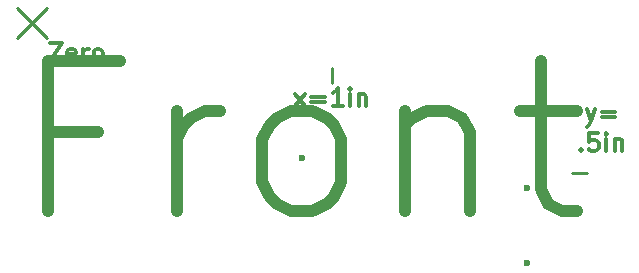
<source format=gbr>
G04 #@! TF.GenerationSoftware,KiCad,Pcbnew,5.0.2+dfsg1-1*
G04 #@! TF.CreationDate,2021-04-08T14:27:20-06:00*
G04 #@! TF.ProjectId,example_board,6578616d-706c-4655-9f62-6f6172642e6b,rev?*
G04 #@! TF.SameCoordinates,Original*
G04 #@! TF.FileFunction,Copper,L1,Top*
G04 #@! TF.FilePolarity,Positive*
%FSLAX46Y46*%
G04 Gerber Fmt 4.6, Leading zero omitted, Abs format (unit mm)*
G04 Created by KiCad (PCBNEW 5.0.2+dfsg1-1) date Thu 08 Apr 2021 02:27:20 PM MDT*
%MOMM*%
%LPD*%
G01*
G04 APERTURE LIST*
G04 #@! TA.AperFunction,NonConductor*
%ADD10C,0.300000*%
G04 #@! TD*
G04 #@! TA.AperFunction,NonConductor*
%ADD11C,1.000000*%
G04 #@! TD*
G04 #@! TA.AperFunction,ViaPad*
%ADD12C,0.600000*%
G04 #@! TD*
G04 #@! TA.AperFunction,Conductor*
%ADD13C,0.250000*%
G04 #@! TD*
G04 APERTURE END LIST*
D10*
X46974285Y-7293571D02*
X47331428Y-8293571D01*
X47688571Y-7293571D02*
X47331428Y-8293571D01*
X47188571Y-8650714D01*
X47117142Y-8722142D01*
X46974285Y-8793571D01*
X48260000Y-7507857D02*
X49402857Y-7507857D01*
X49402857Y-7936428D02*
X48260000Y-7936428D01*
X46510000Y-10700714D02*
X46581428Y-10772142D01*
X46510000Y-10843571D01*
X46438571Y-10772142D01*
X46510000Y-10700714D01*
X46510000Y-10843571D01*
X47938571Y-9343571D02*
X47224285Y-9343571D01*
X47152857Y-10057857D01*
X47224285Y-9986428D01*
X47367142Y-9915000D01*
X47724285Y-9915000D01*
X47867142Y-9986428D01*
X47938571Y-10057857D01*
X48010000Y-10200714D01*
X48010000Y-10557857D01*
X47938571Y-10700714D01*
X47867142Y-10772142D01*
X47724285Y-10843571D01*
X47367142Y-10843571D01*
X47224285Y-10772142D01*
X47152857Y-10700714D01*
X48652857Y-10843571D02*
X48652857Y-9843571D01*
X48652857Y-9343571D02*
X48581428Y-9415000D01*
X48652857Y-9486428D01*
X48724285Y-9415000D01*
X48652857Y-9343571D01*
X48652857Y-9486428D01*
X49367142Y-9843571D02*
X49367142Y-10843571D01*
X49367142Y-9986428D02*
X49438571Y-9915000D01*
X49581428Y-9843571D01*
X49795714Y-9843571D01*
X49938571Y-9915000D01*
X50010000Y-10057857D01*
X50010000Y-10843571D01*
X22328571Y-7028571D02*
X23114285Y-6028571D01*
X22328571Y-6028571D02*
X23114285Y-7028571D01*
X23685714Y-6242857D02*
X24828571Y-6242857D01*
X24828571Y-6671428D02*
X23685714Y-6671428D01*
X26328571Y-7028571D02*
X25471428Y-7028571D01*
X25900000Y-7028571D02*
X25900000Y-5528571D01*
X25757142Y-5742857D01*
X25614285Y-5885714D01*
X25471428Y-5957142D01*
X26971428Y-7028571D02*
X26971428Y-6028571D01*
X26971428Y-5528571D02*
X26900000Y-5600000D01*
X26971428Y-5671428D01*
X27042857Y-5600000D01*
X26971428Y-5528571D01*
X26971428Y-5671428D01*
X27685714Y-6028571D02*
X27685714Y-7028571D01*
X27685714Y-6171428D02*
X27757142Y-6100000D01*
X27900000Y-6028571D01*
X28114285Y-6028571D01*
X28257142Y-6100000D01*
X28328571Y-6242857D01*
X28328571Y-7028571D01*
X1524285Y-1718571D02*
X2524285Y-1718571D01*
X1524285Y-3218571D01*
X2524285Y-3218571D01*
X3667142Y-3147142D02*
X3524285Y-3218571D01*
X3238571Y-3218571D01*
X3095714Y-3147142D01*
X3024285Y-3004285D01*
X3024285Y-2432857D01*
X3095714Y-2290000D01*
X3238571Y-2218571D01*
X3524285Y-2218571D01*
X3667142Y-2290000D01*
X3738571Y-2432857D01*
X3738571Y-2575714D01*
X3024285Y-2718571D01*
X4381428Y-3218571D02*
X4381428Y-2218571D01*
X4381428Y-2504285D02*
X4452857Y-2361428D01*
X4524285Y-2290000D01*
X4667142Y-2218571D01*
X4810000Y-2218571D01*
X5524285Y-3218571D02*
X5381428Y-3147142D01*
X5310000Y-3075714D01*
X5238571Y-2932857D01*
X5238571Y-2504285D01*
X5310000Y-2361428D01*
X5381428Y-2290000D01*
X5524285Y-2218571D01*
X5738571Y-2218571D01*
X5881428Y-2290000D01*
X5952857Y-2361428D01*
X6024285Y-2504285D01*
X6024285Y-2932857D01*
X5952857Y-3075714D01*
X5881428Y-3147142D01*
X5738571Y-3218571D01*
X5524285Y-3218571D01*
D11*
X5624285Y-9252857D02*
X1390952Y-9252857D01*
X1390952Y-15905238D02*
X1390952Y-3205238D01*
X7438571Y-3205238D01*
X12276666Y-15905238D02*
X12276666Y-7438571D01*
X12276666Y-9857619D02*
X12881428Y-8648095D01*
X13486190Y-8043333D01*
X14695714Y-7438571D01*
X15905238Y-7438571D01*
X21952857Y-15905238D02*
X20743333Y-15300476D01*
X20138571Y-14695714D01*
X19533809Y-13486190D01*
X19533809Y-9857619D01*
X20138571Y-8648095D01*
X20743333Y-8043333D01*
X21952857Y-7438571D01*
X23767142Y-7438571D01*
X24976666Y-8043333D01*
X25581428Y-8648095D01*
X26186190Y-9857619D01*
X26186190Y-13486190D01*
X25581428Y-14695714D01*
X24976666Y-15300476D01*
X23767142Y-15905238D01*
X21952857Y-15905238D01*
X31629047Y-7438571D02*
X31629047Y-15905238D01*
X31629047Y-8648095D02*
X32233809Y-8043333D01*
X33443333Y-7438571D01*
X35257619Y-7438571D01*
X36467142Y-8043333D01*
X37071904Y-9252857D01*
X37071904Y-15905238D01*
X41305238Y-7438571D02*
X46143333Y-7438571D01*
X43119523Y-3205238D02*
X43119523Y-14090952D01*
X43724285Y-15300476D01*
X44933809Y-15905238D01*
X46143333Y-15905238D01*
D12*
G04 #@! TO.N,*
X22860000Y-11430000D03*
X41910000Y-13970000D03*
X41910000Y-20320000D03*
G04 #@! TD*
D13*
G04 #@! TO.N,*
X-1270000Y1270000D02*
X1270000Y-1270000D01*
X1270000Y1270000D02*
X-1270000Y-1270000D01*
X25400000Y-3810000D02*
X25400000Y-5080000D01*
X46990000Y-12700000D02*
X45720000Y-12700000D01*
G04 #@! TD*
M02*

</source>
